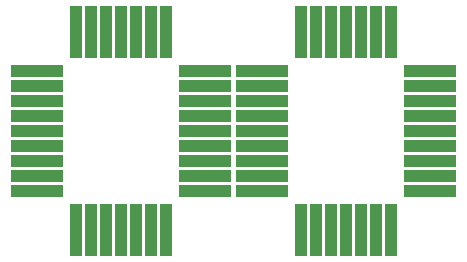
<source format=gbr>
G04 EAGLE Gerber RS-274X export*
G75*
%MOMM*%
%FSLAX34Y34*%
%LPD*%
%INSoldermask Bottom*%
%IPPOS*%
%AMOC8*
5,1,8,0,0,1.08239X$1,22.5*%
G01*
%ADD10R,1.103200X4.403200*%
%ADD11R,4.403200X1.103200*%


D10*
X291600Y198050D03*
X304300Y198050D03*
X317000Y198050D03*
X329700Y198050D03*
D11*
X362850Y165100D03*
X362850Y152400D03*
X362850Y139700D03*
X362850Y127000D03*
X362850Y114300D03*
X362850Y101600D03*
X362850Y88900D03*
X362850Y76200D03*
X362850Y63500D03*
D10*
X329700Y30550D03*
X317000Y30550D03*
X304300Y30550D03*
X291600Y30550D03*
X278900Y30550D03*
X266200Y30550D03*
X253500Y30550D03*
D11*
X220350Y63500D03*
X220350Y76200D03*
X220350Y88900D03*
X220350Y101600D03*
X220350Y114300D03*
X220350Y127000D03*
X220350Y139700D03*
X220350Y152400D03*
X220350Y165100D03*
D10*
X253500Y198050D03*
X266200Y198050D03*
X278900Y198050D03*
X101600Y198050D03*
X114300Y198050D03*
X127000Y198050D03*
X139700Y198050D03*
D11*
X172850Y165100D03*
X172850Y152400D03*
X172850Y139700D03*
X172850Y127000D03*
X172850Y114300D03*
X172850Y101600D03*
X172850Y88900D03*
X172850Y76200D03*
X172850Y63500D03*
D10*
X139700Y30550D03*
X127000Y30550D03*
X114300Y30550D03*
X101600Y30550D03*
X88900Y30550D03*
X76200Y30550D03*
X63500Y30550D03*
D11*
X30350Y63500D03*
X30350Y76200D03*
X30350Y88900D03*
X30350Y101600D03*
X30350Y114300D03*
X30350Y127000D03*
X30350Y139700D03*
X30350Y152400D03*
X30350Y165100D03*
D10*
X63500Y198050D03*
X76200Y198050D03*
X88900Y198050D03*
M02*

</source>
